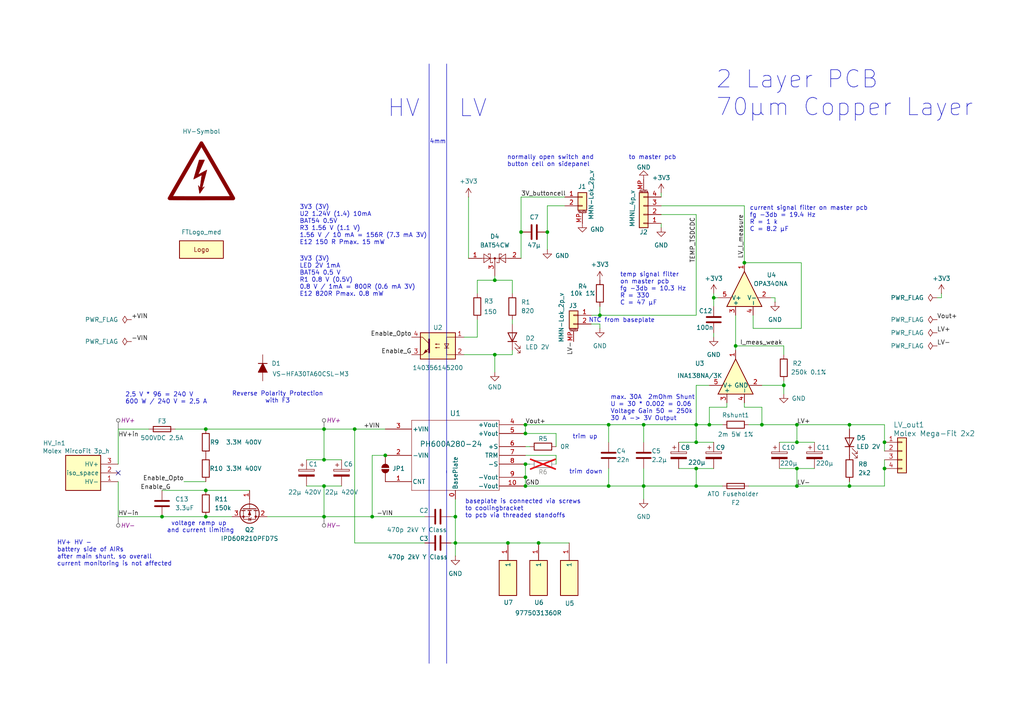
<source format=kicad_sch>
(kicad_sch (version 20250114) (generator "eeschema") (generator_version "9.0")
  (paper "A4")
  (title_block (title "TS-DCDC") (date "2024-12-12") (rev "0.5"))
  (lib_symbols
    (symbol "2024-11-18_21-41-11:PH600A280-24" (pin_names (offset 0.254))
      (property "Reference" "U1" (at 20.32 7.112 0))
      (property "Value" "PH600A280-24" (at 19.05 -1.778 0))
      (symbol "PH600A280-24_1_1"
        (pin power_in line (at 0 2.54 0) (length 7.62) (name "+VIN") (number "3"))
        (pin power_in line (at 0 -5.08 0) (length 7.62) (name "-VIN") (number "2"))
        (pin input line (at 0 -12.7 0) (length 7.62) (name "CNT") (number "1"))
        (pin passive line (at 20.32 -17.78 90) (length 2.54) (name "BasePlate") (number "0"))
        (pin power_out line (at 40.64 3.81 180) (length 7.62) (name "+Vout") (number "4"))
        (pin passive line (at 40.64 1.27 180) (length 7.62) (name "+Vout") (number "5"))
        (pin input line (at 40.64 -2.54 180) (length 7.62) (name "+S") (number "6"))
        (pin input line (at 40.64 -5.08 180) (length 7.62) (name "TRM") (number "7"))
        (pin input line (at 40.64 -7.62 180) (length 7.62) (name "-S") (number "8"))
        (pin passive line (at 40.64 -11.43 180) (length 7.62) (name "-Vout") (number "9"))
        (pin power_out line (at 40.64 -13.97 180) (length 7.62) (name "-Vout") (number "10"))
      )
    )
    (symbol "43650-0317:43650-0317"
      (property "Reference" "HV_in1" (at 18.542 -11.938 0))
      (property "Value" "Molex MircoFit 3p_h" (at 11.43 -9.398 0))
      (symbol "43650-0317_1_1"
        (pin power_out line (at 0 0 0) (length 5.08) (name "HV+") (number "3"))
        (pin passive line (at 0 -2.54 0) (length 5.08) (name "iso_space") (number "2"))
        (pin power_out line (at 0 -5.08 0) (length 5.08) (name "HV-") (number "1"))
      )
    )
    (symbol "9775031360R:9775031360R"
      (property "Reference" "U" (at 16.51 7.62 0))
      (property "Value" "9775031360R" (at 16.51 5.08 0))
      (symbol "9775031360R_1_1"
        (pin passive line (at 0 0 0) (length 5.08) (name "1") (number "1"))
      )
    )
    (symbol "Amplifier_Current:INA138" (pin_names (offset 0.127))
      (property "Reference" "U" (at 3.81 5.08 0))
      (property "Value" "INA138" (at 3.81 2.54 0))
      (symbol "INA138_1_1"
        (pin input line (at -7.62 2.54 0) (length 2.54) (name "+") (number "3"))
        (pin input line (at -7.62 -2.54 0) (length 2.54) (name "-") (number "4"))
        (pin power_in line (at -2.54 7.62 270) (length 3.81) (name "V+") (number "5"))
        (pin power_in line (at -2.54 -7.62 90) (length 3.81) (name "GND") (number "2"))
        (pin output line (at 7.62 0 180) (length 2.54) (name "~") (number "1"))
      )
    )
    (symbol "Amplifier_Operational:OPA340NA" (pin_names (offset 0.127))
      (property "Reference" "U" (at -1.27 6.35 0))
      (property "Value" "OPA340NA" (at -1.27 3.81 0))
      (symbol "OPA340NA_0_1"
        (pin power_in line (at -2.54 7.62 270) (length 3.81) (name "V+") (number "5"))
        (pin power_in line (at -2.54 -7.62 90) (length 3.81) (name "V-") (number "2"))
      )
      (symbol "OPA340NA_1_1"
        (pin input line (at -7.62 2.54 0) (length 2.54) (name "+") (number "3"))
        (pin input line (at -7.62 -2.54 0) (length 2.54) (name "-") (number "4"))
        (pin output line (at 7.62 0 180) (length 2.54) (name "~") (number "1"))
      )
    )
    (symbol "Conn_01x04_1" (pin_names (offset 1.016) (hide yes))
      (property "Reference" "LV_out1" (at -2.54 7.62 0))
      (property "Value" "Molex Mega-Fit 2x2" (at -2.54 5.08 0))
      (symbol "Conn_01x04_1_1_1"
        (pin power_in line (at -5.08 2.54 0) (length 3.81) (name "Pin_1") (number "1"))
        (pin power_in line (at -5.08 0 0) (length 3.81) (name "Pin_2") (number "2"))
        (pin power_in line (at -5.08 -2.54 0) (length 3.81) (name "Pin_3") (number "3"))
        (pin power_in line (at -5.08 -5.08 0) (length 3.81) (name "Pin_4") (number "4"))
      )
    )
    (symbol "Connector_Generic_MountingPin:Conn_01x02_MountingPin" (pin_names (offset 1.016) (hide yes))
      (property "Reference" "J" (at 0 2.54 0))
      (property "Value" "Conn_01x02_MountingPin" (at 1.27 -5.08 0))
      (symbol "Conn_01x02_MountingPin_1_1"
        (text "Mounting" (at 0 -4.191 0) (effects (font (size 0.381 0.381))))
        (pin passive line (at -5.08 0 0) (length 3.81) (name "Pin_1") (number "1"))
        (pin passive line (at -5.08 -2.54 0) (length 3.81) (name "Pin_2") (number "2"))
        (pin passive line (at 0 -7.62 90) (length 3.048) (name "MountPin") (number "MP"))
      )
    )
    (symbol "Connector_Generic_MountingPin:Conn_01x04_MountingPin" (pin_names (offset 1.016) (hide yes))
      (property "Reference" "J" (at 0 5.08 0))
      (property "Value" "Conn_01x04_MountingPin" (at 1.27 -7.62 0))
      (symbol "Conn_01x04_MountingPin_1_1"
        (text "Mounting" (at 0 -6.731 0) (effects (font (size 0.381 0.381))))
        (pin passive line (at -5.08 2.54 0) (length 3.81) (name "Pin_1") (number "1"))
        (pin passive line (at -5.08 0 0) (length 3.81) (name "Pin_2") (number "2"))
        (pin passive line (at -5.08 -2.54 0) (length 3.81) (name "Pin_3") (number "3"))
        (pin passive line (at -5.08 -5.08 0) (length 3.81) (name "Pin_4") (number "4"))
        (pin passive line (at 0 -10.16 90) (length 3.048) (name "MountPin") (number "MP"))
      )
    )
    (symbol "Device:C" (pin_numbers (hide yes)) (pin_names (offset 0.254))
      (property "Reference" "C" (at 0.635 2.54 0))
      (property "Value" "C" (at 0.635 -2.54 0))
      (symbol "C_1_1"
        (pin passive line (at 0 3.81 270) (length 2.794) (name "~") (number "1"))
        (pin passive line (at 0 -3.81 90) (length 2.794) (name "~") (number "2"))
      )
    )
    (symbol "Device:C_Polarized" (pin_numbers (hide yes)) (pin_names (offset 0.254))
      (property "Reference" "C" (at 0.635 2.54 0))
      (property "Value" "C_Polarized" (at 0.635 -2.54 0))
      (symbol "C_Polarized_1_1"
        (pin passive line (at 0 3.81 270) (length 2.794) (name "~") (number "1"))
        (pin passive line (at 0 -3.81 90) (length 2.794) (name "~") (number "2"))
      )
    )
    (symbol "Device:D_Filled" (pin_numbers (hide yes)) (pin_names (offset 1.016) (hide yes))
      (property "Reference" "D" (at 0 2.54 0))
      (property "Value" "D_Filled" (at 0 -2.54 0))
      (symbol "D_Filled_1_1"
        (pin passive line (at -3.81 0 0) (length 2.54) (name "K") (number "1"))
        (pin passive line (at 3.81 0 180) (length 2.54) (name "A") (number "2"))
      )
    )
    (symbol "Device:Fuse" (pin_numbers (hide yes)) (pin_names (offset 0))
      (property "Reference" "F" (at 2.032 0 90))
      (property "Value" "Fuse" (at -1.905 0 90))
      (symbol "Fuse_1_1"
        (pin passive line (at 0 3.81 270) (length 1.27) (name "~") (number "1"))
        (pin passive line (at 0 -3.81 90) (length 1.27) (name "~") (number "2"))
      )
    )
    (symbol "Device:LED" (pin_numbers (hide yes)) (pin_names (offset 1.016) (hide yes))
      (property "Reference" "D" (at 0 2.54 0))
      (property "Value" "LED" (at 0 -2.54 0))
      (symbol "LED_1_1"
        (pin passive line (at -3.81 0 0) (length 2.54) (name "K") (number "1"))
        (pin passive line (at 3.81 0 180) (length 2.54) (name "A") (number "2"))
      )
    )
    (symbol "Device:R" (pin_numbers (hide yes)) (pin_names (offset 0))
      (property "Reference" "R" (at 2.032 0 90))
      (property "Value" "R" (at 0 0 90))
      (symbol "R_1_1"
        (pin passive line (at 0 3.81 270) (length 1.27) (name "~") (number "1"))
        (pin passive line (at 0 -3.81 90) (length 1.27) (name "~") (number "2"))
      )
    )
    (symbol "Diode:BAT54CW" (pin_names (offset 1.016))
      (property "Reference" "D" (at 0.635 -3.81 0))
      (property "Value" "BAT54CW" (at -6.35 3.175 0))
      (symbol "BAT54CW_1_1"
        (pin passive line (at -7.62 0 0) (length 3.81) (name "~") (number "1"))
        (pin passive line (at 0 -5.08 90) (length 5.08) (name "~") (number "3"))
        (pin passive line (at 7.62 0 180) (length 3.81) (name "~") (number "2"))
      )
    )
    (symbol "FaSTTUBe_logos:FTLogo_med"
      (property "Value" "FTLogo_med" (at 0 -3.81 0))
      (symbol "FTLogo_med_0_0"
        (text "Logo" (at 0 0 0) (effects (font (size 1.27 1.27))))
      )
    )
    (symbol "FaSTTUBe_logos:HV-Symbol" (pin_names (offset 1.016))
      (property "Value" "HV-Symbol" (at 0 -10.16 0))
    )
    (symbol "Fuse_1" (pin_numbers (hide yes)) (pin_names (offset 0))
      (property "Reference" "F2" (at 4.826 0 90))
      (property "Value" "ATO Fuseholder" (at 2.286 0.762 90))
      (symbol "Fuse_1_1_1"
        (pin passive line (at 0 3.81 270) (length 1.27) (name "~") (number "1"))
        (pin passive line (at 0 -3.81 90) (length 1.27) (name "~") (number "2"))
      )
    )
    (symbol "Jumper:SolderJumper_2_Open" (pin_numbers (hide yes)) (pin_names (offset 0) (hide yes)) (exclude_from_sim yes) (in_bom no)
      (property "Reference" "JP" (at 0 2.032 0))
      (property "Value" "SolderJumper_2_Open" (at 0 -2.54 0))
      (symbol "SolderJumper_2_Open_1_1"
        (pin passive line (at -3.81 0 0) (length 2.54) (name "A") (number "1"))
        (pin passive line (at 3.81 0 180) (length 2.54) (name "B") (number "2"))
      )
    )
    (symbol "Relay_SolidState:34.81-7048"
      (property "Reference" "U2" (at 0 5.334 0))
      (property "Value" "140356145200" (at 0 -6.35 0))
      (symbol "34.81-7048_1_1"
        (pin passive line (at -7.62 2.54 0) (length 2.54) (name "") (number "1"))
        (pin passive line (at -7.62 -2.54 0) (length 2.54) (name "~") (number "2"))
        (pin passive line (at 7.62 2.54 180) (length 2.54) (name "~") (number "4"))
        (pin passive line (at 7.62 -2.54 180) (length 2.54) (name "~") (number "3"))
      )
    )
    (symbol "Transistor_FET:IPD50R380CE" (pin_names (hide yes))
      (property "Reference" "Q" (at 5.08 1.905 0))
      (property "Value" "IPD50R380CE" (at 5.08 0 0))
      (symbol "IPD50R380CE_1_1"
        (pin input line (at -5.08 0 0) (length 2.54) (name "G") (number "1"))
        (pin passive line (at 2.54 5.08 270) (length 2.54) (name "D") (number "2"))
        (pin passive line (at 2.54 -5.08 90) (length 2.54) (name "S") (number "3"))
      )
    )
    (symbol "power:+3V3" (power) (pin_numbers (hide yes)) (pin_names (offset 0) (hide yes))
      (property "Value" "+3V3" (at 0 3.556 0))
      (symbol "+3V3_1_1"
        (pin power_in line (at 0 0 90) (length 0) (name "~") (number "1"))
      )
    )
    (symbol "power:GND" (power) (pin_numbers (hide yes)) (pin_names (offset 0) (hide yes))
      (property "Value" "GND" (at 0 -3.81 0))
      (symbol "GND_1_1"
        (pin power_in line (at 0 0 270) (length 0) (name "~") (number "1"))
      )
    )
    (symbol "power:PWR_FLAG" (power) (pin_numbers (hide yes)) (pin_names (offset 0) (hide yes))
      (property "Value" "PWR_FLAG" (at 0 3.81 0))
      (symbol "PWR_FLAG_0_0"
        (pin power_out line (at 0 0 90) (length 0) (name "~") (number "1"))
      )
    )
  )
  (text "trim down" (at 169.926 136.906 0) (effects (font (size 1.27 1.27))))
  (text "voltage ramp up \nand current limiting" (at 58.166 152.908 0) (effects (font (size 1.27 1.27))))
  (text "3V3 (3V)\nU2 1.24V (1.4) 10mA\nBAT54 0.5V\nR3 1.56 V (1.1 V)\n1.56 V / 10 mA = 156R (7.3 mA 3V)\nE12 150 R Pmax. 15 mW\n" (at 86.868 65.278 0) (effects (font (size 1.27 1.27)) (justify left)))
  (text "max. 30A  2mOhm Shunt \nU = 30 * 0.002 = 0.06\nVoltage Gain 50 = 250k\n30 A -> 3V Output\n" (at 177.038 118.364 0) (effects (font (size 1.27 1.27)) (justify left)))
  (text "trim up" (at 169.672 126.746 0) (effects (font (size 1.27 1.27))))
  (text "2,5 V * 96 = 240 V\n600 W / 240 V = 2,5 A\n" (at 36.322 115.57 0) (effects (font (size 1.27 1.27)) (justify left)))
  (text "current signal filter on master pcb\nfg -3db = 19.4 Hz\nR = 1 k\nC = 8.2 µF\n" (at 217.424 63.5 0) (effects (font (size 1.27 1.27)) (justify left)))
  (text "LV" (at 137.16 31.496 0) (effects (font (size 5 5))))
  (text "4mm" (at 127 41.148 0) (effects (font (size 1.27 1.27))))
  (text "normally open switch and\nbutton cell on sidepanel\n " (at 147.066 44.958 0) (effects (font (size 1.27 1.27)) (justify left top)))
  (text "NTC from baseplate" (at 180.34 92.964 0) (effects (font (size 1.27 1.27))))
  (text "HV" (at 117.094 31.496 0) (effects (font (size 5 5))))
  (text "3V3 (3V)\nLED 2V 1mA\nBAT54 0.5 V \nR1 0.8 V (0.5V)\n0.8 V / 1mA = 800R (0.6 mA 3V)\nE12 820R Pmax. 0.8 mW" (at 86.868 80.264 0) (effects (font (size 1.27 1.27)) (justify left)))
  (text "HV+ HV -\nbattery side of AIRs\nafter main shunt, so overall \ncurrent monitoring is not affected" (at 16.51 160.528 0) (effects (font (size 1.27 1.27)) (justify left)))
  (text "to master pcb" (at 189.23 45.72 0) (effects (font (size 1.27 1.27))))
  (text "baseplate is connected via screws \nto coolingbracket\nto pcb via threaded standoffs\n" (at 134.874 147.574 0) (effects (font (size 1.27 1.27)) (justify left)))
  (text "temp signal filter \non master pcb\nfg -3db = 10.3 Hz\nR = 330\nC = 47 µF" (at 179.832 83.82 0) (effects (font (size 1.27 1.27)) (justify left)))
  (text "Reverse Polarity Protection\nwith F3" (at 80.518 115.316 0) (effects (font (size 1.27 1.27))))
  (text "2 Layer PCB \n70µm Copper Layer\n" (at 207.518 27.178 0) (effects (font (size 5 5)) (justify left)))
  (junction (at 152.4 134.62))
  (junction (at 186.69 123.19))
  (junction (at 207.01 86.36))
  (junction (at 102.87 124.46))
  (junction (at 59.69 124.46))
  (junction (at 59.69 149.86))
  (junction (at 143.51 81.28))
  (junction (at 201.93 128.27))
  (junction (at 107.95 149.86))
  (junction (at 213.36 100.33))
  (junction (at 231.14 123.19))
  (junction (at 176.53 123.19))
  (junction (at 151.13 67.31))
  (junction (at 152.4 138.43))
  (junction (at 147.32 157.48))
  (junction (at 201.93 135.89))
  (junction (at 152.4 123.19))
  (junction (at 246.38 123.19))
  (junction (at 132.08 157.48))
  (junction (at 152.4 140.97))
  (junction (at 205.74 123.19))
  (junction (at 201.93 123.19))
  (junction (at 176.53 140.97))
  (junction (at 231.14 128.27))
  (junction (at 231.14 135.89))
  (junction (at 93.98 149.86))
  (junction (at 173.99 91.44))
  (junction (at 158.75 67.31))
  (junction (at 156.21 157.48))
  (junction (at 152.4 125.73))
  (junction (at 201.93 140.97))
  (junction (at 220.98 123.19))
  (junction (at 132.08 149.86))
  (junction (at 256.54 128.27))
  (junction (at 111.76 132.08))
  (junction (at 46.99 149.86))
  (junction (at 93.98 124.46))
  (junction (at 59.69 142.24))
  (junction (at 186.69 140.97))
  (junction (at 93.98 140.97))
  (junction (at 215.9 76.2))
  (junction (at 246.38 140.97))
  (junction (at 256.54 135.89))
  (junction (at 227.33 111.76))
  (junction (at 143.51 102.87))
  (junction (at 231.14 140.97))
  (junction (at 93.98 133.35))
  (no_connect (at 34.29 137.16))
  (wire (pts (xy 231.14 135.89) (xy 231.14 140.97)))
  (wire (pts (xy 132.08 144.78) (xy 132.08 149.86)))
  (wire (pts (xy 231.14 128.27) (xy 236.22 128.27)))
  (wire (pts (xy 34.29 139.7) (xy 34.29 149.86)))
  (wire (pts (xy 176.53 123.19) (xy 176.53 128.27)))
  (wire (pts (xy 176.53 135.89) (xy 176.53 140.97)))
  (wire (pts (xy 158.75 59.69) (xy 158.75 67.31)))
  (wire (pts (xy 148.59 102.87) (xy 148.59 101.6)))
  (wire (pts (xy 201.93 123.19) (xy 205.74 123.19)))
  (wire (pts (xy 107.95 132.08) (xy 107.95 149.86)))
  (wire (pts (xy 152.4 134.62) (xy 153.67 134.62)))
  (wire (pts (xy 226.06 128.27) (xy 231.14 128.27)))
  (wire (pts (xy 46.99 142.24) (xy 59.69 142.24)))
  (wire (pts (xy 107.95 132.08) (xy 111.76 132.08)))
  (wire (pts (xy 201.93 111.76) (xy 205.74 111.76)))
  (wire (pts (xy 143.51 81.28) (xy 143.51 80.01)))
  (wire (pts (xy 273.05 86.36) (xy 271.78 86.36)))
  (wire (pts (xy 151.13 57.15) (xy 163.83 57.15)))
  (wire (pts (xy 132.08 149.86) (xy 130.81 149.86)))
  (wire (pts (xy 201.93 62.23) (xy 201.93 91.44)))
  (wire (pts (xy 152.4 132.08) (xy 161.29 132.08)))
  (wire (pts (xy 173.99 93.98) (xy 171.45 93.98)))
  (wire (pts (xy 138.43 81.28) (xy 138.43 85.09)))
  (wire (pts (xy 132.08 157.48) (xy 147.32 157.48)))
  (wire (pts (xy 50.8 124.46) (xy 59.69 124.46)))
  (wire (pts (xy 93.98 133.35) (xy 99.06 133.35)))
  (wire (pts (xy 205.74 123.19) (xy 209.55 123.19)))
  (wire (pts (xy 102.87 124.46) (xy 111.76 124.46)))
  (wire (pts (xy 134.62 97.79) (xy 138.43 97.79)))
  (wire (pts (xy 207.01 96.52) (xy 207.01 97.79)))
  (wire (pts (xy 201.93 111.76) (xy 201.93 123.19)))
  (wire (pts (xy 210.82 116.84) (xy 210.82 118.11)))
  (wire (pts (xy 210.82 118.11) (xy 205.74 118.11)))
  (wire (pts (xy 135.89 57.15) (xy 135.89 74.93)))
  (wire (pts (xy 218.44 95.25) (xy 232.41 95.25)))
  (wire (pts (xy 161.29 134.62) (xy 161.29 132.08)))
  (wire (pts (xy 227.33 111.76) (xy 227.33 114.3)))
  (wire (pts (xy 152.4 123.19) (xy 176.53 123.19)))
  (polyline (pts (xy 124.46 18.542) (xy 124.46 192.405)))
  (wire (pts (xy 208.28 86.36) (xy 207.01 86.36)))
  (wire (pts (xy 191.77 66.04) (xy 191.77 64.77)))
  (wire (pts (xy 151.13 57.15) (xy 151.13 67.31)))
  (wire (pts (xy 152.4 138.43) (xy 152.4 134.62)))
  (wire (pts (xy 34.29 149.86) (xy 46.99 149.86)))
  (wire (pts (xy 217.17 140.97) (xy 231.14 140.97)))
  (wire (pts (xy 102.87 157.48) (xy 123.19 157.48)))
  (wire (pts (xy 143.51 81.28) (xy 148.59 81.28)))
  (wire (pts (xy 143.51 102.87) (xy 148.59 102.87)))
  (wire (pts (xy 220.98 118.11) (xy 220.98 123.19)))
  (wire (pts (xy 53.34 139.7) (xy 59.69 139.7)))
  (wire (pts (xy 224.79 87.63) (xy 224.79 86.36)))
  (wire (pts (xy 186.69 123.19) (xy 201.93 123.19)))
  (wire (pts (xy 152.4 129.54) (xy 153.67 129.54)))
  (wire (pts (xy 88.9 133.35) (xy 93.98 133.35)))
  (wire (pts (xy 213.36 91.44) (xy 213.36 100.33)))
  (wire (pts (xy 186.69 140.97) (xy 201.93 140.97)))
  (wire (pts (xy 173.99 88.9) (xy 173.99 91.44)))
  (wire (pts (xy 107.95 149.86) (xy 123.19 149.86)))
  (wire (pts (xy 213.36 100.33) (xy 227.33 100.33)))
  (wire (pts (xy 173.99 91.44) (xy 201.93 91.44)))
  (wire (pts (xy 186.69 123.19) (xy 186.69 128.27)))
  (wire (pts (xy 186.69 140.97) (xy 186.69 144.78)))
  (wire (pts (xy 220.98 111.76) (xy 227.33 111.76)))
  (wire (pts (xy 201.93 128.27) (xy 207.01 128.27)))
  (wire (pts (xy 186.69 135.89) (xy 186.69 140.97)))
  (wire (pts (xy 201.93 135.89) (xy 201.93 140.97)))
  (wire (pts (xy 158.75 67.31) (xy 158.75 72.39)))
  (wire (pts (xy 220.98 118.11) (xy 215.9 118.11)))
  (wire (pts (xy 59.69 124.46) (xy 93.98 124.46)))
  (wire (pts (xy 226.06 135.89) (xy 231.14 135.89)))
  (wire (pts (xy 93.98 124.46) (xy 93.98 133.35)))
  (wire (pts (xy 34.29 124.46) (xy 43.18 124.46)))
  (polyline (pts (xy 129.54 136.525) (xy 129.54 192.405)))
  (wire (pts (xy 93.98 140.97) (xy 99.06 140.97)))
  (wire (pts (xy 152.4 123.19) (xy 152.4 125.73)))
  (wire (pts (xy 191.77 57.15) (xy 191.77 55.88)))
  (wire (pts (xy 232.41 76.2) (xy 215.9 76.2)))
  (wire (pts (xy 201.93 140.97) (xy 209.55 140.97)))
  (wire (pts (xy 161.29 125.73) (xy 152.4 125.73)))
  (wire (pts (xy 93.98 124.46) (xy 102.87 124.46)))
  (wire (pts (xy 205.74 118.11) (xy 205.74 123.19)))
  (wire (pts (xy 147.32 157.48) (xy 156.21 157.48)))
  (wire (pts (xy 138.43 81.28) (xy 143.51 81.28)))
  (wire (pts (xy 196.85 128.27) (xy 201.93 128.27)))
  (wire (pts (xy 196.85 135.89) (xy 201.93 135.89)))
  (wire (pts (xy 232.41 95.25) (xy 232.41 76.2)))
  (wire (pts (xy 93.98 140.97) (xy 88.9 140.97)))
  (wire (pts (xy 163.83 59.69) (xy 158.75 59.69)))
  (wire (pts (xy 246.38 124.46) (xy 246.38 123.19)))
  (wire (pts (xy 176.53 123.19) (xy 186.69 123.19)))
  (wire (pts (xy 213.36 100.33) (xy 213.36 101.6)))
  (wire (pts (xy 224.79 86.36) (xy 223.52 86.36)))
  (wire (pts (xy 173.99 91.44) (xy 171.45 91.44)))
  (wire (pts (xy 231.14 135.89) (xy 236.22 135.89)))
  (wire (pts (xy 217.17 123.19) (xy 220.98 123.19)))
  (wire (pts (xy 215.9 59.69) (xy 215.9 76.2)))
  (wire (pts (xy 231.14 140.97) (xy 246.38 140.97)))
  (wire (pts (xy 152.4 140.97) (xy 176.53 140.97)))
  (wire (pts (xy 231.14 123.19) (xy 231.14 128.27)))
  (wire (pts (xy 201.93 135.89) (xy 207.01 135.89)))
  (wire (pts (xy 191.77 59.69) (xy 215.9 59.69)))
  (polyline (pts (xy 129.54 18.542) (xy 129.54 137.16)))
  (wire (pts (xy 77.47 149.86) (xy 93.98 149.86)))
  (wire (pts (xy 152.4 140.97) (xy 152.4 138.43)))
  (wire (pts (xy 143.51 102.87) (xy 143.51 107.95)))
  (wire (pts (xy 93.98 149.86) (xy 107.95 149.86)))
  (wire (pts (xy 256.54 128.27) (xy 256.54 130.81)))
  (wire (pts (xy 256.54 133.35) (xy 256.54 135.89)))
  (wire (pts (xy 246.38 123.19) (xy 256.54 123.19)))
  (wire (pts (xy 176.53 140.97) (xy 186.69 140.97)))
  (wire (pts (xy 148.59 92.71) (xy 148.59 93.98)))
  (wire (pts (xy 173.99 93.98) (xy 173.99 95.25)))
  (wire (pts (xy 215.9 118.11) (xy 215.9 116.84)))
  (wire (pts (xy 138.43 92.71) (xy 138.43 97.79)))
  (wire (pts (xy 256.54 135.89) (xy 256.54 140.97)))
  (wire (pts (xy 59.69 142.24) (xy 72.39 142.24)))
  (wire (pts (xy 151.13 67.31) (xy 151.13 74.93)))
  (wire (pts (xy 246.38 140.97) (xy 256.54 140.97)))
  (wire (pts (xy 148.59 81.28) (xy 148.59 85.09)))
  (wire (pts (xy 161.29 129.54) (xy 161.29 125.73)))
  (wire (pts (xy 246.38 139.7) (xy 246.38 140.97)))
  (wire (pts (xy 132.08 157.48) (xy 130.81 157.48)))
  (wire (pts (xy 132.08 161.29) (xy 132.08 157.48)))
  (wire (pts (xy 102.87 124.46) (xy 102.87 157.48)))
  (wire (pts (xy 273.05 85.09) (xy 273.05 86.36)))
  (wire (pts (xy 165.1 157.48) (xy 156.21 157.48)))
  (wire (pts (xy 227.33 100.33) (xy 227.33 102.87)))
  (wire (pts (xy 220.98 123.19) (xy 231.14 123.19)))
  (wire (pts (xy 207.01 86.36) (xy 207.01 85.09)))
  (wire (pts (xy 132.08 149.86) (xy 132.08 157.48)))
  (wire (pts (xy 34.29 124.46) (xy 34.29 134.62)))
  (wire (pts (xy 256.54 123.19) (xy 256.54 128.27)))
  (wire (pts (xy 207.01 86.36) (xy 207.01 88.9)))
  (wire (pts (xy 227.33 110.49) (xy 227.33 111.76)))
  (wire (pts (xy 143.51 102.87) (xy 134.62 102.87)))
  (wire (pts (xy 46.99 149.86) (xy 59.69 149.86)))
  (wire (pts (xy 231.14 123.19) (xy 246.38 123.19)))
  (wire (pts (xy 201.93 62.23) (xy 191.77 62.23)))
  (wire (pts (xy 218.44 95.25) (xy 218.44 91.44)))
  (wire (pts (xy 93.98 149.86) (xy 93.98 140.97)))
  (wire (pts (xy 59.69 149.86) (xy 67.31 149.86)))
  (wire (pts (xy 201.93 123.19) (xy 201.93 128.27)))
  (label "LV+" (at 231.14 123.19 0))
  (label "+VIN" (at 38.1 92.71 0))
  (label "LV-" (at 231.14 140.97 0))
  (label "GND" (at 152.4 140.97 0))
  (label "TEMP_TSDCDC" (at 201.93 76.2 90))
  (label "LV-" (at 271.78 100.33 0))
  (label "Vout+" (at 271.78 92.71 0))
  (label "-VIN" (at 38.1 99.06 0))
  (label "-VIN" (at 109.22 149.86 0))
  (label "LV_I_measure" (at 215.9 74.93 90))
  (label "HV+in" (at 34.29 127 0))
  (label "I_meas_weak" (at 214.63 100.33 0))
  (label "3V_buttoncell" (at 151.13 57.15 0))
  (label "LV-" (at 166.37 99.06 270))
  (label "Enable_G" (at 49.53 142.24 180))
  (label "HV-in" (at 34.29 149.86 0))
  (label "Enable_Opto" (at 53.34 139.7 180))
  (label "Vout+" (at 152.4 123.19 0))
  (label "Enable_G" (at 119.38 102.87 180))
  (label "Enable_Opto" (at 119.38 97.79 180))
  (label "+VIN" (at 105.41 124.46 0))
  (label "LV+" (at 271.78 96.52 0))
  (netclass_flag "" (length 2.54) (shape round) (at 34.29 124.46 0) (property "Netclass" "HV+" (at 34.9885 121.92 0) (effects (font (italic yes)) (justify left))))
  (netclass_flag "" (length 2.54) (shape round) (at 34.29 149.86 180) (property "Netclass" "HV-" (at 34.9885 152.4 0) (effects (font (italic yes)) (justify left))))
  (netclass_flag "" (length 2.54) (shape round) (at 93.98 124.46 0) (property "Netclass" "HV+" (at 94.6785 121.92 0) (effects (font (italic yes)) (justify left))))
  (netclass_flag "" (length 2.54) (shape round) (at 93.98 149.86 180) (property "Netclass" "HV-" (at 94.6785 152.4 0) (effects (font (italic yes)) (justify left))))
  (symbol (lib_id "9775031360R:9775031360R") (at 165.1 157.48 270) (unit 1)
    (property "Reference" "U5" (at 163.83 175.006 90) (effects (justify left)))
    (property "Value" "9775031360R" (effects (hide yes)))
    (property "Footprint" "9775031360R" (effects (hide yes)))
    (property "Datasheet" "https://www.we-online.com/components/products/datasheet/9775031360R.pdf" (effects (hide yes)))
    (property "Description" "Round Standoff Threaded M3 Steel 0.039\" (1.00mm)" (effects (hide yes)))
    (property "Height" "4.2" (effects (hide yes)))
    (property "Mouser Part Number" "710-9775031360R" (effects (hide yes)))
    (property "Mouser Price/Stock" "https://www.mouser.co.uk/ProductDetail/Wurth-Elektronik/9775031360R?qs=lBTPRtX1sU%252BooRt%2F6rjYpA%3D%3D" (effects (hide yes)))
    (property "Manufacturer_Name" "Wurth Elektronik" (effects (hide yes)))
    (property "Manufacturer_Part_Number" "9775031360R" (effects (hide yes)))
  )
  (symbol (lib_id "Device:LED") (at 148.59 97.79 90) (unit 1)
    (property "Reference" "D2" (at 152.4 98.1074 90) (effects (justify right)))
    (property "Value" "LED 2V" (at 152.4 100.6474 90) (effects (justify right)))
    (property "Footprint" "LED_SMD:LED_0603_1608Metric" (effects (hide yes)))
    (property "Description" "Light emitting diode" (effects (hide yes)))
  )
  (symbol (lib_id "Device:C_Polarized") (at 196.85 132.08 0) (unit 1)
    (property "Reference" "C8" (at 200.152 129.794 0) (effects (justify right)))
    (property "Value" "220µ" (at 204.724 134.112 0) (effects (justify right)))
    (property "Footprint" "Capacitor_THT:CP_Radial_D10.0mm_P5.00mm" (effects (hide yes)))
    (property "Datasheet" "https://mou.sr/3E8B9GR" (effects (hide yes)))
    (property "Description" "Polarized capacitor" (effects (hide yes)))
  )
  (symbol (lib_id "Device:C") (at 176.53 132.08 0) (unit 1)
    (property "Reference" "C4" (at 178.816 130.81 0) (effects (justify left)))
    (property "Value" "22n" (at 178.816 133.35 0) (effects (justify left)))
    (property "Footprint" "Capacitor_SMD:C_1206_3216Metric" (effects (hide yes)))
    (property "Description" "Unpolarized capacitor" (effects (hide yes)))
  )
  (symbol (lib_id "Device:R") (at 246.38 135.89 0) (unit 1)
    (property "Reference" "R8" (at 248.92 134.6199 0) (effects (justify left)))
    (property "Value" "2k2" (at 248.92 137.1599 0) (effects (justify left)))
    (property "Footprint" "Resistor_SMD:R_0603_1608Metric" (effects (hide yes)))
    (property "Description" "Resistor" (effects (hide yes)))
  )
  (symbol (lib_id "Connector_Generic_MountingPin:Conn_01x04_MountingPin") (at 186.69 62.23 180) (unit 1)
    (property "Reference" "J2" (at 186.69 67.31 0))
    (property "Value" "MMNL_4p_v" (at 183.388 60.452 90))
    (property "Footprint" "FaSTTUBe_connectors:Micro_Mate-N-Lok_4p_vertical" (effects (hide yes)))
    (property "Description" "Generic connectable mounting pin connector, single row, 01x04, script generated (kicad-library-utils/schlib/autogen/connector/)" (effects (hide yes)))
  )
  (symbol (lib_id "power:GND") (at 186.69 144.78 0) (unit 1)
    (property "Reference" "#PWR01" (effects (hide yes)))
    (property "Value" "GND" (at 186.69 149.86 0))
    (property "Description" "Power symbol creates a global label with name \"GND\" , ground" (effects (hide yes)))
  )
  (symbol (lib_id "Device:R") (at 157.48 129.54 90) (unit 1)
    (property "Reference" "R5" (at 157.48 127.254 90))
    (property "Value" "0R" (at 163.83 129.54 90))
    (property "Footprint" "Resistor_SMD:R_0603_1608Metric" (effects (hide yes)))
    (property "Description" "Resistor" (effects (hide yes)))
  )
  (symbol (lib_id "power:PWR_FLAG") (at 38.1 92.71 90) (unit 1)
    (property "Reference" "#FLG02" (effects (hide yes)))
    (property "Value" "PWR_FLAG" (at 34.29 92.7099 90) (effects (justify left)))
    (property "Description" "Special symbol for telling ERC where power comes from" (effects (hide yes)))
  )
  (symbol (lib_id "power:+3V3") (at 191.77 55.88 0) (mirror y) (unit 1)
    (property "Reference" "#PWR05" (effects (hide yes)))
    (property "Value" "+3V3" (at 191.77 51.562 0))
    (property "Description" "Power symbol creates a global label with name \"+3V3\"" (effects (hide yes)))
  )
  (symbol (lib_id "Amplifier_Operational:OPA340NA") (at 215.9 83.82 90) (unit 1)
    (property "Reference" "U4" (at 223.774 79.756 90))
    (property "Value" "OPA340NA" (at 223.52 82.296 90))
    (property "Footprint" "Package_TO_SOT_SMD:SOT-23-5" (effects (hide yes)))
    (property "Datasheet" "http://www.ti.com/lit/ds/symlink/opa340.pdf" (effects (hide yes)))
    (property "Description" "Single Single-Supply, Rail-to-Rail Operational Amplifier, MicroAmplifier Series, SOT-23-5" (effects (hide yes)))
  )
  (symbol (lib_id "Jumper:SolderJumper_2_Open") (at 111.76 135.89 90) (unit 1) (exclude_from_sim yes) (in_bom no)
    (property "Reference" "JP1" (at 113.792 135.89 90) (effects (justify right)))
    (property "Value" "SolderJumper_2_Open" (effects (hide yes)))
    (property "Footprint" "Jumper:SolderJumper-2_P1.3mm_Open_RoundedPad1.0x1.5mm" (effects (hide yes)))
    (property "Description" "Solder Jumper, 2-pole, open" (effects (hide yes)))
  )
  (symbol (lib_id "Device:C_Polarized") (at 226.06 132.08 0) (unit 1)
    (property "Reference" "C10" (at 230.632 129.794 0) (effects (justify right)))
    (property "Value" "220µ" (at 231.394 134.366 0) (effects (justify right)))
    (property "Footprint" "Capacitor_THT:CP_Radial_D10.0mm_P5.00mm" (effects (hide yes)))
    (property "Datasheet" "https://mou.sr/3E8B9GR" (effects (hide yes)))
    (property "Description" "Polarized capacitor" (effects (hide yes)))
  )
  (symbol (lib_id "Device:LED") (at 246.38 128.27 90) (unit 1)
    (property "Reference" "D5" (at 248.412 127 90) (effects (justify right)))
    (property "Value" "LED 2V" (at 248.412 129.54 90) (effects (justify right)))
    (property "Footprint" "LED_SMD:LED_0603_1608Metric" (effects (hide yes)))
    (property "Description" "Light emitting diode" (effects (hide yes)))
  )
  (symbol (lib_id "Device:C_Polarized") (at 88.9 137.16 0) (unit 1)
    (property "Reference" "C1" (at 92.202 134.62 0) (effects (justify right)))
    (property "Value" "22µ 420V" (at 93.218 142.748 0) (effects (justify right)))
    (property "Footprint" "Capacitor_THT:CP_Radial_D12.5mm_P5.00mm" (effects (hide yes)))
    (property "Datasheet" "https://www.mouser.de/ProductDetail/Chemi-Con/EKXN451ELL220MK16S?qs=eP2BKZSCXI45cEkx%2FZPDFw%3D%3D" (effects (hide yes)))
    (property "Description" "Polarized capacitor" (effects (hide yes)))
  )
  (symbol (lib_id "Device:C") (at 127 149.86 90) (unit 1)
    (property "Reference" "C2" (at 122.936 148.082 90))
    (property "Value" "470p 2kV Y Class" (at 120.904 153.67 90))
    (property "Footprint" "footprints:VY1471M29Y5UC63V0" (effects (hide yes)))
    (property "Datasheet" "https://www.vishay.com/docs/28537/vy1series.pdf" (effects (hide yes)))
    (property "Description" "Unpolarized capacitor" (effects (hide yes)))
  )
  (symbol (lib_id "power:PWR_FLAG") (at 271.78 100.33 90) (unit 1)
    (property "Reference" "#FLG05" (effects (hide yes)))
    (property "Value" "PWR_FLAG" (at 267.97 100.3299 90) (effects (justify left)))
    (property "Description" "Special symbol for telling ERC where power comes from" (effects (hide yes)))
  )
  (symbol (lib_id "Device:C_Polarized") (at 207.01 132.08 0) (unit 1)
    (property "Reference" "C9" (at 210.312 129.794 0) (effects (justify right)))
    (property "Value" "220µ" (effects (hide yes)))
    (property "Footprint" "Capacitor_THT:CP_Radial_D10.0mm_P5.00mm" (effects (hide yes)))
    (property "Datasheet" "https://mou.sr/3E8B9GR" (effects (hide yes)))
    (property "Description" "Polarized capacitor" (effects (hide yes)))
  )
  (symbol (lib_id "9775031360R:9775031360R") (at 156.21 157.48 270) (unit 1)
    (property "Reference" "U6" (at 154.94 174.752 90) (effects (justify left)))
    (property "Value" "9775031360R" (at 149.352 177.8 90) (effects (justify left)))
    (property "Footprint" "9775031360R" (effects (hide yes)))
    (property "Datasheet" "https://www.we-online.com/components/products/datasheet/9775031360R.pdf" (effects (hide yes)))
    (property "Description" "Round Standoff Threaded M3 Steel 0.039\" (1.00mm)" (effects (hide yes)))
    (property "Height" "4.2" (effects (hide yes)))
    (property "Mouser Part Number" "710-9775031360R" (effects (hide yes)))
    (property "Mouser Price/Stock" "https://www.mouser.co.uk/ProductDetail/Wurth-Elektronik/9775031360R?qs=lBTPRtX1sU%252BooRt%2F6rjYpA%3D%3D" (effects (hide yes)))
    (property "Manufacturer_Name" "Wurth Elektronik" (effects (hide yes)))
    (property "Manufacturer_Part_Number" "9775031360R" (effects (hide yes)))
  )
  (symbol (lib_id "Device:R") (at 148.59 88.9 0) (unit 1)
    (property "Reference" "R1" (at 151.13 87.6299 0) (effects (justify left)))
    (property "Value" "820" (at 151.13 90.1699 0) (effects (justify left)))
    (property "Footprint" "Resistor_SMD:R_0603_1608Metric" (effects (hide yes)))
    (property "Description" "Resistor" (effects (hide yes)))
  )
  (symbol (lib_id "power:GND") (at 207.01 97.79 0) (unit 1)
    (property "Reference" "#PWR013" (effects (hide yes)))
    (property "Value" "GND" (at 207.01 102.87 0))
    (property "Description" "Power symbol creates a global label with name \"GND\" , ground" (effects (hide yes)))
  )
  (symbol (lib_id "2024-11-18_21-41-11:PH600A280-24") (at 111.76 127 0) (unit 1)
    (property "Reference" "U1" (at 132.08 119.888 0) (effects (font (size 1.524 1.524))))
    (property "Value" "PH600A280-24" (at 130.81 128.778 0) (effects (font (size 1.524 1.524))))
    (property "Footprint" "footprints:PH300A_thru_PH600A_TDK" (effects (hide yes)))
    (property "Datasheet" "https://product.tdk.com/system/files/dam/doc/product/power/switching-power/dc-dc-converter/catalog/ph-a280_e.pdf" (effects (hide yes)))
  )
  (symbol (lib_id "power:PWR_FLAG") (at 271.78 86.36 90) (unit 1)
    (property "Reference" "#FLG01" (effects (hide yes)))
    (property "Value" "PWR_FLAG" (at 267.97 86.36 90) (effects (justify left)))
    (property "Description" "Special symbol for telling ERC where power comes from" (effects (hide yes)))
  )
  (symbol (lib_id "Device:C") (at 154.94 67.31 90) (unit 1)
    (property "Reference" "C7" (at 154.94 62.992 90))
    (property "Value" "47µ" (at 154.94 71.12 90))
    (property "Footprint" "Capacitor_SMD:C_1210_3225Metric" (effects (hide yes)))
    (property "Description" "Unpolarized capacitor" (effects (hide yes)))
  )
  (symbol (lib_id "power:+3V3") (at 173.99 81.28 0) (mirror y) (unit 1)
    (property "Reference" "#PWR08" (effects (hide yes)))
    (property "Value" "+3V3" (at 173.99 76.708 0))
    (property "Description" "Power symbol creates a global label with name \"+3V3\"" (effects (hide yes)))
  )
  (symbol (lib_id "FaSTTUBe_logos:HV-Symbol") (at 58.42 49.53 0) (unit 1)
    (property "Reference" "#Logo2" (effects (hide yes)))
    (property "Value" "HV-Symbol" (at 58.4225 38.1 0))
    (property "Footprint" "FaSTTUBe_logos:HV-Warning" (effects (hide yes)))
  )
  (symbol (lib_id "power:GND") (at 227.33 114.3 0) (unit 1)
    (property "Reference" "#PWR02" (effects (hide yes)))
    (property "Value" "GND" (at 231.648 115.57 0))
    (property "Description" "Power symbol creates a global label with name \"GND\" , ground" (effects (hide yes)))
  )
  (symbol (lib_id "Device:C") (at 46.99 146.05 0) (unit 1)
    (property "Reference" "C13" (at 50.8 144.7799 0) (effects (justify left)))
    (property "Value" "3.3uF" (at 50.8 147.3199 0) (effects (justify left)))
    (property "Footprint" "Capacitor_SMD:C_0603_1608Metric" (effects (hide yes)))
    (property "Description" "Unpolarized capacitor" (effects (hide yes)))
  )
  (symbol (lib_id "Device:R") (at 59.69 146.05 0) (unit 1)
    (property "Reference" "R11" (at 62.23 144.7799 0) (effects (justify left)))
    (property "Value" "150k" (at 62.23 147.3199 0) (effects (justify left)))
    (property "Footprint" "Resistor_SMD:R_0603_1608Metric" (effects (hide yes)))
    (property "Description" "Resistor" (effects (hide yes)))
  )
  (symbol (lib_id "Device:C_Polarized") (at 236.22 132.08 0) (unit 1)
    (property "Reference" "C11" (at 240.792 129.794 0) (effects (justify right)))
    (property "Value" "220µ" (at 241.808 134.366 0) (effects (justify right)))
    (property "Footprint" "Capacitor_THT:CP_Radial_D10.0mm_P5.00mm" (effects (hide yes)))
    (property "Datasheet" "https://mou.sr/3E8B9GR" (effects (hide yes)))
    (property "Description" "Polarized capacitor" (effects (hide yes)))
  )
  (symbol (lib_id "power:GND") (at 132.08 161.29 0) (unit 1)
    (property "Reference" "#PWR010" (effects (hide yes)))
    (property "Value" "GND" (at 132.08 166.37 0))
    (property "Description" "Power symbol creates a global label with name \"GND\" , ground" (effects (hide yes)))
  )
  (symbol (lib_id "Relay_SolidState:34.81-7048") (at 127 100.33 0) (mirror y) (unit 1)
    (property "Reference" "U2" (at 127 94.996 0))
    (property "Value" "140356145200" (at 127 106.68 0))
    (property "Footprint" "footprints:SOP254P700X210-4N" (effects (hide yes)))
    (property "Datasheet" "https://www.we-online.com/components/products/datasheet/140356145200.pdf" (effects (hide yes)))
    (property "Description" "Ultra-Slim Solid-State Relay, 0.1A, 48V DC output switching" (effects (hide yes)))
  )
  (symbol (lib_id "Device:R") (at 59.69 128.27 180) (unit 1)
    (property "Reference" "R9" (at 62.23 128.27 0))
    (property "Value" "3.3M 400V" (at 65.532 128.27 0) (effects (justify right)))
    (property "Footprint" "Resistor_SMD:R_1206_3216Metric" (effects (hide yes)))
    (property "Description" "Resistor" (effects (hide yes)))
  )
  (symbol (lib_name "Conn_01x04_1") (lib_id "Connector_Generic:Conn_01x04") (at 261.62 130.81 0) (unit 1)
    (property "Reference" "LV_out1" (at 259.08 123.19 0) (effects (font (size 1.524 1.524)) (justify left)))
    (property "Value" "Molex Mega-Fit 2x2" (at 259.08 125.73 0) (effects (font (size 1.524 1.524)) (justify left)))
    (property "Footprint" "footprints:CONN_SD-76825-0100_04_MOL" (effects (hide yes)))
    (property "Datasheet" "https://www.molex.com/en-us/products/part-detail/768250004" (effects (hide yes)))
    (property "Description" "Generic connector, single row, 01x04, script generated (kicad-library-utils/schlib/autogen/connector/)" (effects (hide yes)))
  )
  (symbol (lib_id "Device:Fuse") (at 46.99 124.46 90) (mirror x) (unit 1)
    (property "Reference" "F3" (at 46.99 122.174 90))
    (property "Value" "500VDC 2.5A" (at 46.99 127 90))
    (property "Footprint" "footprints:0ACG5000TE" (effects (hide yes)))
    (property "Datasheet" "https://www.mouser.de/ProductDetail/Bel-Fuse/0ACG-2500-TE?qs=stqOd1AaK79slGARTZO0fA%3D%3D" (effects (hide yes)))
    (property "Description" "Fuse" (effects (hide yes)))
  )
  (symbol (lib_id "power:+3V3") (at 135.89 57.15 0) (unit 1)
    (property "Reference" "#PWR09" (effects (hide yes)))
    (property "Value" "+3V3" (at 135.89 52.578 0))
    (property "Description" "Power symbol creates a global label with name \"+3V3\"" (effects (hide yes)))
  )
  (symbol (lib_id "power:PWR_FLAG") (at 38.1 99.06 90) (unit 1)
    (property "Reference" "#FLG03" (effects (hide yes)))
    (property "Value" "PWR_FLAG" (at 34.29 99.0599 90) (effects (justify left)))
    (property "Description" "Special symbol for telling ERC where power comes from" (effects (hide yes)))
  )
  (symbol (lib_id "Device:C_Polarized") (at 99.06 137.16 0) (unit 1)
    (property "Reference" "C6" (at 102.362 134.62 0) (effects (justify right)))
    (property "Value" "22µ 420V" (at 103.886 142.748 0) (effects (justify right)))
    (property "Footprint" "Capacitor_THT:CP_Radial_D12.5mm_P5.00mm" (effects (hide yes)))
    (property "Datasheet" "https://www.mouser.de/ProductDetail/Chemi-Con/EKXN451ELL220MK16S?qs=eP2BKZSCXI45cEkx%2FZPDFw%3D%3D" (effects (hide yes)))
    (property "Description" "Polarized capacitor" (effects (hide yes)))
  )
  (symbol (lib_id "9775031360R:9775031360R") (at 147.32 157.48 270) (unit 1)
    (property "Reference" "U7" (at 146.05 174.752 90) (effects (justify left)))
    (property "Value" "9775031360R" (effects (hide yes)))
    (property "Footprint" "9775031360R" (effects (hide yes)))
    (property "Datasheet" "https://www.we-online.com/components/products/datasheet/9775031360R.pdf" (effects (hide yes)))
    (property "Description" "Round Standoff Threaded M3 Steel 0.039\" (1.00mm)" (effects (hide yes)))
    (property "Height" "4.2" (effects (hide yes)))
    (property "Mouser Part Number" "710-9775031360R" (effects (hide yes)))
    (property "Mouser Price/Stock" "https://www.mouser.co.uk/ProductDetail/Wurth-Elektronik/9775031360R?qs=lBTPRtX1sU%252BooRt%2F6rjYpA%3D%3D" (effects (hide yes)))
    (property "Manufacturer_Name" "Wurth Elektronik" (effects (hide yes)))
    (property "Manufacturer_Part_Number" "9775031360R" (effects (hide yes)))
  )
  (symbol (lib_id "power:GND") (at 173.99 95.25 0) (unit 1)
    (property "Reference" "#PWR06" (effects (hide yes)))
    (property "Value" "GND" (at 173.99 100.33 0))
    (property "Description" "Power symbol creates a global label with name \"GND\" , ground" (effects (hide yes)))
  )
  (symbol (lib_id "Device:R") (at 173.99 85.09 0) (unit 1)
    (property "Reference" "R4" (at 167.64 83.058 0) (effects (justify left)))
    (property "Value" "10k 1%" (at 165.354 85.09 0) (effects (justify left)))
    (property "Footprint" "Resistor_SMD:R_0603_1608Metric" (effects (hide yes)))
    (property "Description" "Resistor" (effects (hide yes)))
  )
  (symbol (lib_id "Transistor_FET:IPD50R380CE") (at 72.39 147.32 270) (unit 1)
    (property "Reference" "Q2" (at 72.39 153.67 90))
    (property "Value" "IPD60R210PFD7S" (at 72.39 156.21 90))
    (property "Footprint" "Package_TO_SOT_SMD:TO-252-2" (effects (hide yes)))
    (property "Datasheet" "https://www.mouser.de/datasheet/2/196/Infineon_IPD60R210PFD7S_DataSheet_v02_00_EN-1840644.pdf" (effects (hide yes)))
  )
  (symbol (lib_id "Device:D_Filled") (at 76.2 106.68 270) (unit 1)
    (property "Reference" "D1" (at 78.74 105.4099 90) (effects (justify left)))
    (property "Value" "VS-HFA30TA60CSL-M3" (at 78.994 108.458 90) (effects (justify left)))
    (property "Footprint" "Diode_SMD:VSHFA30TA60CSLM3" (effects (hide yes)))
    (property "Datasheet" "https://www.mouser.de/ProductDetail/Vishay-Semiconductors/VS-HFA30TA60CSL-M3?qs=MLItCLRbWswq2C0NX4AKXw%3D%3D" (effects (hide yes)))
    (property "Description" "Diode, filled shape" (effects (hide yes)))
    (property "Sim.Device" "D" (effects (hide yes)))
    (property "Sim.Pins" "1=K 2=A" (effects (hide yes)))
  )
  (symbol (lib_id "Device:R") (at 157.48 134.62 90) (unit 1) (dnp yes)
    (property "Reference" "R6" (at 157.48 136.906 90))
    (property "Value" "R" (effects (hide yes)))
    (property "Footprint" "Resistor_SMD:R_0603_1608Metric" (effects (hide yes)))
    (property "Description" "Resistor" (effects (hide yes)))
  )
  (symbol (lib_name "Fuse_1") (lib_id "Device:Fuse") (at 213.36 140.97 90) (mirror x) (unit 1)
    (property "Reference" "F2" (at 213.36 145.796 90))
    (property "Value" "ATO Fuseholder" (at 212.598 143.256 90))
    (property "Footprint" "footprints:01000066Z" (effects (hide yes)))
    (property "Datasheet" "https://www.littelfuse.com/assetdocs/littelfuse_fuseclip_100_datasheet.pdf?assetguid=9960882e-3537-4a71-b411-c6d6ebc326a9" (effects (hide yes)))
    (property "Description" "Fuse" (effects (hide yes)))
  )
  (symbol (lib_id "Device:R") (at 213.36 123.19 90) (unit 1)
    (property "Reference" "Rshunt1" (at 213.36 120.396 90))
    (property "Value" "2m 5W 1%" (at 213.36 125.984 90))
    (property "Footprint" "Resistor_SMD:R_2512_6332Metric" (effects (hide yes)))
    (property "Datasheet" "https://www.mouser.de/datasheet/2/54/css2h_2512-1862180.pdf" (effects (hide yes)))
    (property "Description" "Resistor" (effects (hide yes)))
  )
  (symbol (lib_id "power:+3V3") (at 273.05 85.09 0) (mirror y) (unit 1)
    (property "Reference" "#PWR014" (effects (hide yes)))
    (property "Value" "+3V3" (at 273.05 80.772 0))
    (property "Description" "Power symbol creates a global label with name \"+3V3\"" (effects (hide yes)))
  )
  (symbol (lib_id "Device:R") (at 59.69 135.89 180) (unit 1)
    (property "Reference" "R10" (at 62.738 135.89 0))
    (property "Value" "3.3M 400V" (at 65.532 135.89 0) (effects (justify right)))
    (property "Footprint" "Resistor_SMD:R_1206_3216Metric" (effects (hide yes)))
    (property "Description" "Resistor" (effects (hide yes)))
  )
  (symbol (lib_id "Diode:BAT54CW") (at 143.51 74.93 0) (unit 1)
    (property "Reference" "D4" (at 143.51 68.58 0))
    (property "Value" "BAT54CW" (at 143.51 71.12 0))
    (property "Footprint" "Package_TO_SOT_SMD:SOT-323_SC-70" (effects (hide yes)))
    (property "Datasheet" "https://assets.nexperia.com/documents/data-sheet/BAT54W_SER.pdf" (effects (hide yes)))
    (property "Description" "Dual schottky barrier diode, common cathode, SOT-323" (effects (hide yes)))
  )
  (symbol (lib_id "Device:C") (at 207.01 92.71 0) (unit 1)
    (property "Reference" "C12" (at 202.692 90.17 0) (effects (justify left)))
    (property "Value" "100n" (at 201.93 94.996 0) (effects (justify left)))
    (property "Footprint" "Capacitor_SMD:C_0603_1608Metric" (effects (hide yes)))
    (property "Description" "Unpolarized capacitor" (effects (hide yes)))
  )
  (symbol (lib_id "Device:C") (at 127 157.48 270) (unit 1)
    (property "Reference" "C3" (at 122.936 156.21 90))
    (property "Value" "470p 2kV Y Class" (at 121.158 161.544 90))
    (property "Footprint" "footprints:VY1471M29Y5UC63V0" (effects (hide yes)))
    (property "Datasheet" "https://www.vishay.com/docs/28537/vy1series.pdf" (effects (hide yes)))
    (property "Description" "Unpolarized capacitor" (effects (hide yes)))
  )
  (symbol (lib_id "Device:R") (at 227.33 106.68 0) (unit 1)
    (property "Reference" "R2" (at 229.87 105.4099 0) (effects (justify left)))
    (property "Value" "250k 0.1%" (at 229.362 107.95 0) (effects (justify left)))
    (property "Footprint" "Resistor_SMD:R_0805_2012Metric" (effects (hide yes)))
    (property "Datasheet" "https://www.mouser.de/datasheet/2/385/SEI_RNCF-3077647.pdf" (effects (hide yes)))
    (property "Description" "Resistor" (effects (hide yes)))
  )
  (symbol (lib_id "FaSTTUBe_logos:FTLogo_med") (at 58.42 72.39 0) (unit 1)
    (property "Reference" "#Logo1" (effects (hide yes)))
    (property "Value" "FTLogo_med" (at 58.42 67.31 0))
    (property "Footprint" "FaSTTUBe_logos:FTLogo_medium" (effects (hide yes)))
  )
  (symbol (lib_id "power:GND") (at 168.91 64.77 0) (unit 1)
    (property "Reference" "#PWR015" (effects (hide yes)))
    (property "Value" "GND" (at 173.228 66.548 0))
    (property "Description" "Power symbol creates a global label with name \"GND\" , ground" (effects (hide yes)))
  )
  (symbol (lib_id "power:GND") (at 224.79 87.63 0) (unit 1)
    (property "Reference" "#PWR011" (effects (hide yes)))
    (property "Value" "GND" (at 224.79 92.71 0))
    (property "Description" "Power symbol creates a global label with name \"GND\" , ground" (effects (hide yes)))
  )
  (symbol (lib_id "power:+3V3") (at 207.01 85.09 0) (mirror y) (unit 1)
    (property "Reference" "#PWR012" (effects (hide yes)))
    (property "Value" "+3V3" (at 207.01 80.772 0))
    (property "Description" "Power symbol creates a global label with name \"+3V3\"" (effects (hide yes)))
  )
  (symbol (lib_id "Connector_Generic_MountingPin:Conn_01x02_MountingPin") (at 166.37 91.44 0) (mirror y) (unit 1)
    (property "Reference" "J3" (at 167.386 88.646 0) (effects (justify left)))
    (property "Value" "MMN-Lok_2p_v" (at 162.814 99.314 90) (effects (justify left)))
    (property "Footprint" "FaSTTUBe_connectors:Micro_Mate-N-Lok_2p_vertical" (effects (hide yes)))
    (property "Description" "Generic connectable mounting pin connector, single row, 01x02, script generated (kicad-library-utils/schlib/autogen/connector/)" (effects (hide yes)))
  )
  (symbol (lib_id "Device:R") (at 138.43 88.9 0) (unit 1)
    (property "Reference" "R3" (at 141.732 87.376 0))
    (property "Value" "150" (at 142.24 90.424 0))
    (property "Footprint" "Resistor_SMD:R_0603_1608Metric" (effects (hide yes)))
    (property "Description" "Resistor" (effects (hide yes)))
  )
  (symbol (lib_id "power:PWR_FLAG") (at 271.78 92.71 90) (unit 1)
    (property "Reference" "#FLG06" (effects (hide yes)))
    (property "Value" "PWR_FLAG" (at 267.97 92.7099 90) (effects (justify left)))
    (property "Description" "Special symbol for telling ERC where power comes from" (effects (hide yes)))
  )
  (symbol (lib_id "power:GND") (at 143.51 107.95 0) (unit 1)
    (property "Reference" "#PWR07" (effects (hide yes)))
    (property "Value" "GND" (at 143.51 112.268 0))
    (property "Description" "Power symbol creates a global label with name \"GND\" , ground" (effects (hide yes)))
  )
  (symbol (lib_id "43650-0317:43650-0317") (at 34.29 134.62 0) (mirror y) (unit 1)
    (property "Reference" "HV_in1" (at 15.748 128.524 0))
    (property "Value" "Molex MircoFit 3p_h" (at 22.098 130.81 0))
    (property "Footprint" "Connector_Molex:Molex_Micro-Fit_3.0_43650-0310_1x03-1MP_P3.00mm_Horizontal_PnP" (effects (hide yes)))
    (property "Datasheet" "https://www.molex.com/en-us/products/part-detail/436500310?display=pdf" (effects (hide yes)))
    (property "Description" "Micro-Fit 3.0 Vertical Header, 3.00mm Pitch, Single Row, 3 Circuits, with PCB Polarizing Peg, Glow-Wire Capable, Black" (effects (hide yes)))
    (property "Height" "9.9" (effects (hide yes)))
    (property "Mouser Part Number" "538-43650-0317" (effects (hide yes)))
    (property "Mouser Price/Stock" "https://www.mouser.co.uk/ProductDetail/Molex/43650-0317?qs=Nb99Pa9xYq%2Fi%252B%2FVbiejqUg%3D%3D" (effects (hide yes)))
    (property "Manufacturer_Name" "Molex" (effects (hide yes)))
    (property "Manufacturer_Part_Number" "43650-0317" (effects (hide yes)))
  )
  (symbol (lib_id "power:GND") (at 158.75 72.39 0) (unit 1)
    (property "Reference" "#PWR04" (effects (hide yes)))
    (property "Value" "GND" (at 163.068 74.168 0))
    (property "Description" "Power symbol creates a global label with name \"GND\" , ground" (effects (hide yes)))
  )
  (symbol (lib_id "power:PWR_FLAG") (at 271.78 96.52 90) (unit 1)
    (property "Reference" "#FLG04" (effects (hide yes)))
    (property "Value" "PWR_FLAG" (at 267.97 96.5199 90) (effects (justify left)))
    (property "Description" "Special symbol for telling ERC where power comes from" (effects (hide yes)))
  )
  (symbol (lib_id "Amplifier_Current:INA138") (at 213.36 109.22 90) (unit 1)
    (property "Reference" "U3" (at 202.946 105.41 90))
    (property "Value" "INA138NA/3K" (at 202.946 108.966 90))
    (property "Footprint" "Package_TO_SOT_SMD:SOT-23-5" (effects (hide yes)))
    (property "Datasheet" "https://www.ti.com/lit/ds/symlink/ina138.pdf?ts=1734802735399&ref_url=https%253A%252F%252Fwww.mouser.de%252F" (effects (hide yes)))
    (property "Description" "High-Side Measurement Current Shunt Monitor, 36V, SOT-23-5" (effects (hide yes)))
  )
  (symbol (lib_id "power:GND") (at 186.69 52.07 180) (unit 1)
    (property "Reference" "#PWR016" (effects (hide yes)))
    (property "Value" "GND" (at 186.69 48.514 0))
    (property "Description" "Power symbol creates a global label with name \"GND\" , ground" (effects (hide yes)))
  )
  (symbol (lib_id "Connector_Generic_MountingPin:Conn_01x02_MountingPin") (at 168.91 57.15 0) (unit 1)
    (property "Reference" "J1" (at 167.64 54.102 0) (effects (justify left)))
    (property "Value" "MMN-Lok_2p_v" (at 171.45 63.754 90) (effects (justify left)))
    (property "Footprint" "FaSTTUBe_connectors:Micro_Mate-N-Lok_2p_vertical" (effects (hide yes)))
    (property "Description" "Generic connectable mounting pin connector, single row, 01x02, script generated (kicad-library-utils/schlib/autogen/connector/)" (effects (hide yes)))
  )
  (symbol (lib_id "Device:C") (at 186.69 132.08 0) (unit 1)
    (property "Reference" "C5" (at 188.976 130.81 0) (effects (justify left)))
    (property "Value" "2.2µ" (at 188.976 133.35 0) (effects (justify left)))
    (property "Footprint" "Capacitor_SMD:C_0603_1608Metric" (effects (hide yes)))
    (property "Description" "Unpolarized capacitor" (effects (hide yes)))
  )
  (symbol (lib_id "power:GND") (at 191.77 66.04 0) (mirror y) (unit 1)
    (property "Reference" "#PWR03" (effects (hide yes)))
    (property "Value" "GND" (at 191.77 71.12 0))
    (property "Description" "Power symbol creates a global label with name \"GND\" , ground" (effects (hide yes)))
  )
)
</source>
